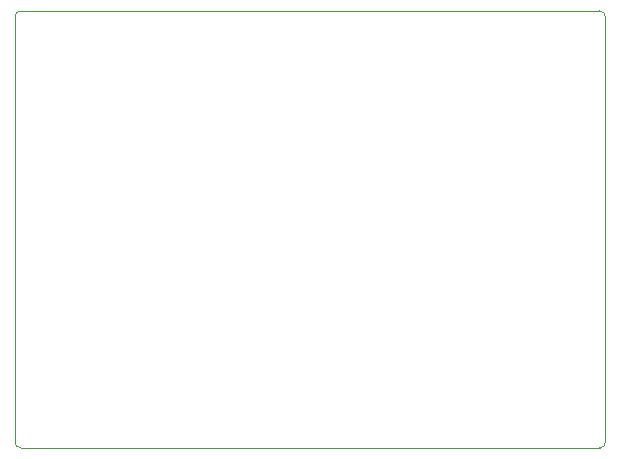
<source format=gbr>
%TF.GenerationSoftware,Altium Limited,Altium Designer,24.10.1 (45)*%
G04 Layer_Color=0*
%FSLAX45Y45*%
%MOMM*%
%TF.SameCoordinates,A6A100A0-8C7F-4B02-B864-72EC464A77B6*%
%TF.FilePolarity,Positive*%
%TF.FileFunction,Profile,NP*%
%TF.Part,Single*%
G01*
G75*
%TA.AperFunction,Profile*%
%ADD56C,0.02540*%
D56*
X-2500000Y-1150000D02*
G03*
X-2450000Y-1200000I50000J0D01*
G01*
X2450000D01*
D02*
G03*
X2500000Y-1150000I0J50000D01*
G01*
Y2450000D01*
D02*
G03*
X2450000Y2500000I-50000J0D01*
G01*
X-2450000D01*
D02*
G03*
X-2500000Y2450000I0J-50000D01*
G01*
Y-1150000D01*
%TF.MD5,e428e8b650ee4c3cc7461a77f17d4792*%
M02*

</source>
